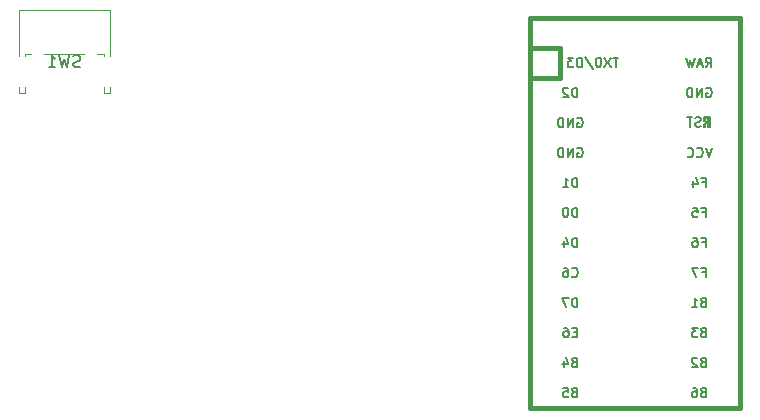
<source format=gbr>
G04 #@! TF.GenerationSoftware,KiCad,Pcbnew,(5.1.4)-1*
G04 #@! TF.CreationDate,2019-12-08T17:57:44-07:00*
G04 #@! TF.ProjectId,BAEmacropad,4241456d-6163-4726-9f70-61642e6b6963,rev?*
G04 #@! TF.SameCoordinates,Original*
G04 #@! TF.FileFunction,Legend,Bot*
G04 #@! TF.FilePolarity,Positive*
%FSLAX46Y46*%
G04 Gerber Fmt 4.6, Leading zero omitted, Abs format (unit mm)*
G04 Created by KiCad (PCBNEW (5.1.4)-1) date 2019-12-08 17:57:44*
%MOMM*%
%LPD*%
G04 APERTURE LIST*
%ADD10C,0.120000*%
%ADD11C,0.381000*%
%ADD12C,0.150000*%
G04 APERTURE END LIST*
D10*
X53425000Y-73360000D02*
X50025000Y-73360000D01*
X55065000Y-73360000D02*
X54525000Y-73360000D01*
X47865000Y-76190000D02*
X47865000Y-76700000D01*
X48385000Y-76700000D02*
X47865000Y-76700000D01*
X48385000Y-76190000D02*
X48385000Y-76700000D01*
X48925000Y-73360000D02*
X48385000Y-73360000D01*
X55585000Y-76190000D02*
X55585000Y-76700000D01*
X55065000Y-76190000D02*
X55065000Y-76700000D01*
X48385000Y-73360000D02*
X48385000Y-73590000D01*
X55585000Y-69690000D02*
X55585000Y-73590000D01*
X55585000Y-76700000D02*
X55065000Y-76700000D01*
X47865000Y-69690000D02*
X47865000Y-73590000D01*
X55585000Y-69690000D02*
X47865000Y-69690000D01*
X55065000Y-73360000D02*
X55065000Y-73590000D01*
D11*
X93662500Y-72866250D02*
X91122500Y-72866250D01*
X108902500Y-70326250D02*
X91122500Y-70326250D01*
X91122500Y-70326250D02*
X91122500Y-103346250D01*
X91122500Y-103346250D02*
X108902500Y-103346250D01*
X108902500Y-103346250D02*
X108902500Y-70326250D01*
D12*
G36*
X105857135Y-78755280D02*
G01*
X105857135Y-78855280D01*
X106357135Y-78855280D01*
X106357135Y-78755280D01*
X105857135Y-78755280D01*
G37*
X105857135Y-78755280D02*
X105857135Y-78855280D01*
X106357135Y-78855280D01*
X106357135Y-78755280D01*
X105857135Y-78755280D01*
G36*
X105857135Y-78755280D02*
G01*
X105857135Y-79055280D01*
X105957135Y-79055280D01*
X105957135Y-78755280D01*
X105857135Y-78755280D01*
G37*
X105857135Y-78755280D02*
X105857135Y-79055280D01*
X105957135Y-79055280D01*
X105957135Y-78755280D01*
X105857135Y-78755280D01*
G36*
X105857135Y-79355280D02*
G01*
X105857135Y-79555280D01*
X105957135Y-79555280D01*
X105957135Y-79355280D01*
X105857135Y-79355280D01*
G37*
X105857135Y-79355280D02*
X105857135Y-79555280D01*
X105957135Y-79555280D01*
X105957135Y-79355280D01*
X105857135Y-79355280D01*
G36*
X106257135Y-78755280D02*
G01*
X106257135Y-79555280D01*
X106357135Y-79555280D01*
X106357135Y-78755280D01*
X106257135Y-78755280D01*
G37*
X106257135Y-78755280D02*
X106257135Y-79555280D01*
X106357135Y-79555280D01*
X106357135Y-78755280D01*
X106257135Y-78755280D01*
G36*
X106057135Y-79155280D02*
G01*
X106057135Y-79255280D01*
X106157135Y-79255280D01*
X106157135Y-79155280D01*
X106057135Y-79155280D01*
G37*
X106057135Y-79155280D02*
X106057135Y-79255280D01*
X106157135Y-79255280D01*
X106157135Y-79155280D01*
X106057135Y-79155280D01*
D11*
X93662500Y-72866250D02*
X93662500Y-75406250D01*
X93662500Y-75406250D02*
X91122500Y-75406250D01*
D12*
X53058333Y-74474761D02*
X52915476Y-74522380D01*
X52677380Y-74522380D01*
X52582142Y-74474761D01*
X52534523Y-74427142D01*
X52486904Y-74331904D01*
X52486904Y-74236666D01*
X52534523Y-74141428D01*
X52582142Y-74093809D01*
X52677380Y-74046190D01*
X52867857Y-73998571D01*
X52963095Y-73950952D01*
X53010714Y-73903333D01*
X53058333Y-73808095D01*
X53058333Y-73712857D01*
X53010714Y-73617619D01*
X52963095Y-73570000D01*
X52867857Y-73522380D01*
X52629761Y-73522380D01*
X52486904Y-73570000D01*
X52153571Y-73522380D02*
X51915476Y-74522380D01*
X51725000Y-73808095D01*
X51534523Y-74522380D01*
X51296428Y-73522380D01*
X50391666Y-74522380D02*
X50963095Y-74522380D01*
X50677380Y-74522380D02*
X50677380Y-73522380D01*
X50772619Y-73665238D01*
X50867857Y-73760476D01*
X50963095Y-73808095D01*
X105585833Y-79520059D02*
X105471547Y-79558154D01*
X105281071Y-79558154D01*
X105204880Y-79520059D01*
X105166785Y-79481964D01*
X105128690Y-79405773D01*
X105128690Y-79329583D01*
X105166785Y-79253392D01*
X105204880Y-79215297D01*
X105281071Y-79177202D01*
X105433452Y-79139107D01*
X105509642Y-79101011D01*
X105547738Y-79062916D01*
X105585833Y-78986726D01*
X105585833Y-78910535D01*
X105547738Y-78834345D01*
X105509642Y-78796250D01*
X105433452Y-78758154D01*
X105242976Y-78758154D01*
X105128690Y-78796250D01*
X104900119Y-78758154D02*
X104442976Y-78758154D01*
X104671547Y-79558154D02*
X104671547Y-78758154D01*
X98631104Y-73698154D02*
X98173961Y-73698154D01*
X98402532Y-74498154D02*
X98402532Y-73698154D01*
X97983485Y-73698154D02*
X97450151Y-74498154D01*
X97450151Y-73698154D02*
X97983485Y-74498154D01*
X96993008Y-73698154D02*
X96916818Y-73698154D01*
X96840628Y-73736250D01*
X96802532Y-73774345D01*
X96764437Y-73850535D01*
X96726342Y-74002916D01*
X96726342Y-74193392D01*
X96764437Y-74345773D01*
X96802532Y-74421964D01*
X96840628Y-74460059D01*
X96916818Y-74498154D01*
X96993008Y-74498154D01*
X97069199Y-74460059D01*
X97107294Y-74421964D01*
X97145389Y-74345773D01*
X97183485Y-74193392D01*
X97183485Y-74002916D01*
X97145389Y-73850535D01*
X97107294Y-73774345D01*
X97069199Y-73736250D01*
X96993008Y-73698154D01*
X95812056Y-73660059D02*
X96497770Y-74688630D01*
X95545389Y-74498154D02*
X95545389Y-73698154D01*
X95354913Y-73698154D01*
X95240628Y-73736250D01*
X95164437Y-73812440D01*
X95126342Y-73888630D01*
X95088247Y-74041011D01*
X95088247Y-74155297D01*
X95126342Y-74307678D01*
X95164437Y-74383869D01*
X95240628Y-74460059D01*
X95354913Y-74498154D01*
X95545389Y-74498154D01*
X94821580Y-73698154D02*
X94326342Y-73698154D01*
X94593008Y-74002916D01*
X94478723Y-74002916D01*
X94402532Y-74041011D01*
X94364437Y-74079107D01*
X94326342Y-74155297D01*
X94326342Y-74345773D01*
X94364437Y-74421964D01*
X94402532Y-74460059D01*
X94478723Y-74498154D01*
X94707294Y-74498154D01*
X94783485Y-74460059D01*
X94821580Y-74421964D01*
X105797309Y-99479107D02*
X105683023Y-99517202D01*
X105644928Y-99555297D01*
X105606833Y-99631488D01*
X105606833Y-99745773D01*
X105644928Y-99821964D01*
X105683023Y-99860059D01*
X105759214Y-99898154D01*
X106063976Y-99898154D01*
X106063976Y-99098154D01*
X105797309Y-99098154D01*
X105721119Y-99136250D01*
X105683023Y-99174345D01*
X105644928Y-99250535D01*
X105644928Y-99326726D01*
X105683023Y-99402916D01*
X105721119Y-99441011D01*
X105797309Y-99479107D01*
X106063976Y-99479107D01*
X105302071Y-99174345D02*
X105263976Y-99136250D01*
X105187785Y-99098154D01*
X104997309Y-99098154D01*
X104921119Y-99136250D01*
X104883023Y-99174345D01*
X104844928Y-99250535D01*
X104844928Y-99326726D01*
X104883023Y-99441011D01*
X105340166Y-99898154D01*
X104844928Y-99898154D01*
X105740166Y-91859107D02*
X106006833Y-91859107D01*
X106006833Y-92278154D02*
X106006833Y-91478154D01*
X105625880Y-91478154D01*
X105397309Y-91478154D02*
X104863976Y-91478154D01*
X105206833Y-92278154D01*
X105740166Y-89319107D02*
X106006833Y-89319107D01*
X106006833Y-89738154D02*
X106006833Y-88938154D01*
X105625880Y-88938154D01*
X104978261Y-88938154D02*
X105130642Y-88938154D01*
X105206833Y-88976250D01*
X105244928Y-89014345D01*
X105321119Y-89128630D01*
X105359214Y-89281011D01*
X105359214Y-89585773D01*
X105321119Y-89661964D01*
X105283023Y-89700059D01*
X105206833Y-89738154D01*
X105054452Y-89738154D01*
X104978261Y-89700059D01*
X104940166Y-89661964D01*
X104902071Y-89585773D01*
X104902071Y-89395297D01*
X104940166Y-89319107D01*
X104978261Y-89281011D01*
X105054452Y-89242916D01*
X105206833Y-89242916D01*
X105283023Y-89281011D01*
X105321119Y-89319107D01*
X105359214Y-89395297D01*
X105740166Y-86779107D02*
X106006833Y-86779107D01*
X106006833Y-87198154D02*
X106006833Y-86398154D01*
X105625880Y-86398154D01*
X104940166Y-86398154D02*
X105321119Y-86398154D01*
X105359214Y-86779107D01*
X105321119Y-86741011D01*
X105244928Y-86702916D01*
X105054452Y-86702916D01*
X104978261Y-86741011D01*
X104940166Y-86779107D01*
X104902071Y-86855297D01*
X104902071Y-87045773D01*
X104940166Y-87121964D01*
X104978261Y-87160059D01*
X105054452Y-87198154D01*
X105244928Y-87198154D01*
X105321119Y-87160059D01*
X105359214Y-87121964D01*
X106025880Y-74498154D02*
X106292547Y-74117202D01*
X106483023Y-74498154D02*
X106483023Y-73698154D01*
X106178261Y-73698154D01*
X106102071Y-73736250D01*
X106063976Y-73774345D01*
X106025880Y-73850535D01*
X106025880Y-73964821D01*
X106063976Y-74041011D01*
X106102071Y-74079107D01*
X106178261Y-74117202D01*
X106483023Y-74117202D01*
X105721119Y-74269583D02*
X105340166Y-74269583D01*
X105797309Y-74498154D02*
X105530642Y-73698154D01*
X105263976Y-74498154D01*
X105073500Y-73698154D02*
X104883023Y-74498154D01*
X104730642Y-73926726D01*
X104578261Y-74498154D01*
X104387785Y-73698154D01*
X106083023Y-76276250D02*
X106159214Y-76238154D01*
X106273500Y-76238154D01*
X106387785Y-76276250D01*
X106463976Y-76352440D01*
X106502071Y-76428630D01*
X106540166Y-76581011D01*
X106540166Y-76695297D01*
X106502071Y-76847678D01*
X106463976Y-76923869D01*
X106387785Y-77000059D01*
X106273500Y-77038154D01*
X106197309Y-77038154D01*
X106083023Y-77000059D01*
X106044928Y-76961964D01*
X106044928Y-76695297D01*
X106197309Y-76695297D01*
X105702071Y-77038154D02*
X105702071Y-76238154D01*
X105244928Y-77038154D01*
X105244928Y-76238154D01*
X104863976Y-77038154D02*
X104863976Y-76238154D01*
X104673500Y-76238154D01*
X104559214Y-76276250D01*
X104483023Y-76352440D01*
X104444928Y-76428630D01*
X104406833Y-76581011D01*
X104406833Y-76695297D01*
X104444928Y-76847678D01*
X104483023Y-76923869D01*
X104559214Y-77000059D01*
X104673500Y-77038154D01*
X104863976Y-77038154D01*
X106540166Y-81318154D02*
X106273500Y-82118154D01*
X106006833Y-81318154D01*
X105283023Y-82041964D02*
X105321119Y-82080059D01*
X105435404Y-82118154D01*
X105511595Y-82118154D01*
X105625880Y-82080059D01*
X105702071Y-82003869D01*
X105740166Y-81927678D01*
X105778261Y-81775297D01*
X105778261Y-81661011D01*
X105740166Y-81508630D01*
X105702071Y-81432440D01*
X105625880Y-81356250D01*
X105511595Y-81318154D01*
X105435404Y-81318154D01*
X105321119Y-81356250D01*
X105283023Y-81394345D01*
X104483023Y-82041964D02*
X104521119Y-82080059D01*
X104635404Y-82118154D01*
X104711595Y-82118154D01*
X104825880Y-82080059D01*
X104902071Y-82003869D01*
X104940166Y-81927678D01*
X104978261Y-81775297D01*
X104978261Y-81661011D01*
X104940166Y-81508630D01*
X104902071Y-81432440D01*
X104825880Y-81356250D01*
X104711595Y-81318154D01*
X104635404Y-81318154D01*
X104521119Y-81356250D01*
X104483023Y-81394345D01*
X105740166Y-84239107D02*
X106006833Y-84239107D01*
X106006833Y-84658154D02*
X106006833Y-83858154D01*
X105625880Y-83858154D01*
X104978261Y-84124821D02*
X104978261Y-84658154D01*
X105168738Y-83820059D02*
X105359214Y-84391488D01*
X104863976Y-84391488D01*
X105797309Y-94399107D02*
X105683023Y-94437202D01*
X105644928Y-94475297D01*
X105606833Y-94551488D01*
X105606833Y-94665773D01*
X105644928Y-94741964D01*
X105683023Y-94780059D01*
X105759214Y-94818154D01*
X106063976Y-94818154D01*
X106063976Y-94018154D01*
X105797309Y-94018154D01*
X105721119Y-94056250D01*
X105683023Y-94094345D01*
X105644928Y-94170535D01*
X105644928Y-94246726D01*
X105683023Y-94322916D01*
X105721119Y-94361011D01*
X105797309Y-94399107D01*
X106063976Y-94399107D01*
X104844928Y-94818154D02*
X105302071Y-94818154D01*
X105073500Y-94818154D02*
X105073500Y-94018154D01*
X105149690Y-94132440D01*
X105225880Y-94208630D01*
X105302071Y-94246726D01*
X105797309Y-96939107D02*
X105683023Y-96977202D01*
X105644928Y-97015297D01*
X105606833Y-97091488D01*
X105606833Y-97205773D01*
X105644928Y-97281964D01*
X105683023Y-97320059D01*
X105759214Y-97358154D01*
X106063976Y-97358154D01*
X106063976Y-96558154D01*
X105797309Y-96558154D01*
X105721119Y-96596250D01*
X105683023Y-96634345D01*
X105644928Y-96710535D01*
X105644928Y-96786726D01*
X105683023Y-96862916D01*
X105721119Y-96901011D01*
X105797309Y-96939107D01*
X106063976Y-96939107D01*
X105340166Y-96558154D02*
X104844928Y-96558154D01*
X105111595Y-96862916D01*
X104997309Y-96862916D01*
X104921119Y-96901011D01*
X104883023Y-96939107D01*
X104844928Y-97015297D01*
X104844928Y-97205773D01*
X104883023Y-97281964D01*
X104921119Y-97320059D01*
X104997309Y-97358154D01*
X105225880Y-97358154D01*
X105302071Y-97320059D01*
X105340166Y-97281964D01*
X105797309Y-102019107D02*
X105683023Y-102057202D01*
X105644928Y-102095297D01*
X105606833Y-102171488D01*
X105606833Y-102285773D01*
X105644928Y-102361964D01*
X105683023Y-102400059D01*
X105759214Y-102438154D01*
X106063976Y-102438154D01*
X106063976Y-101638154D01*
X105797309Y-101638154D01*
X105721119Y-101676250D01*
X105683023Y-101714345D01*
X105644928Y-101790535D01*
X105644928Y-101866726D01*
X105683023Y-101942916D01*
X105721119Y-101981011D01*
X105797309Y-102019107D01*
X106063976Y-102019107D01*
X104921119Y-101638154D02*
X105073500Y-101638154D01*
X105149690Y-101676250D01*
X105187785Y-101714345D01*
X105263976Y-101828630D01*
X105302071Y-101981011D01*
X105302071Y-102285773D01*
X105263976Y-102361964D01*
X105225880Y-102400059D01*
X105149690Y-102438154D01*
X104997309Y-102438154D01*
X104921119Y-102400059D01*
X104883023Y-102361964D01*
X104844928Y-102285773D01*
X104844928Y-102095297D01*
X104883023Y-102019107D01*
X104921119Y-101981011D01*
X104997309Y-101942916D01*
X105149690Y-101942916D01*
X105225880Y-101981011D01*
X105263976Y-102019107D01*
X105302071Y-102095297D01*
X94875309Y-102019107D02*
X94761023Y-102057202D01*
X94722928Y-102095297D01*
X94684833Y-102171488D01*
X94684833Y-102285773D01*
X94722928Y-102361964D01*
X94761023Y-102400059D01*
X94837214Y-102438154D01*
X95141976Y-102438154D01*
X95141976Y-101638154D01*
X94875309Y-101638154D01*
X94799119Y-101676250D01*
X94761023Y-101714345D01*
X94722928Y-101790535D01*
X94722928Y-101866726D01*
X94761023Y-101942916D01*
X94799119Y-101981011D01*
X94875309Y-102019107D01*
X95141976Y-102019107D01*
X93961023Y-101638154D02*
X94341976Y-101638154D01*
X94380071Y-102019107D01*
X94341976Y-101981011D01*
X94265785Y-101942916D01*
X94075309Y-101942916D01*
X93999119Y-101981011D01*
X93961023Y-102019107D01*
X93922928Y-102095297D01*
X93922928Y-102285773D01*
X93961023Y-102361964D01*
X93999119Y-102400059D01*
X94075309Y-102438154D01*
X94265785Y-102438154D01*
X94341976Y-102400059D01*
X94380071Y-102361964D01*
X94875309Y-99479107D02*
X94761023Y-99517202D01*
X94722928Y-99555297D01*
X94684833Y-99631488D01*
X94684833Y-99745773D01*
X94722928Y-99821964D01*
X94761023Y-99860059D01*
X94837214Y-99898154D01*
X95141976Y-99898154D01*
X95141976Y-99098154D01*
X94875309Y-99098154D01*
X94799119Y-99136250D01*
X94761023Y-99174345D01*
X94722928Y-99250535D01*
X94722928Y-99326726D01*
X94761023Y-99402916D01*
X94799119Y-99441011D01*
X94875309Y-99479107D01*
X95141976Y-99479107D01*
X93999119Y-99364821D02*
X93999119Y-99898154D01*
X94189595Y-99060059D02*
X94380071Y-99631488D01*
X93884833Y-99631488D01*
X95103880Y-96939107D02*
X94837214Y-96939107D01*
X94722928Y-97358154D02*
X95103880Y-97358154D01*
X95103880Y-96558154D01*
X94722928Y-96558154D01*
X94037214Y-96558154D02*
X94189595Y-96558154D01*
X94265785Y-96596250D01*
X94303880Y-96634345D01*
X94380071Y-96748630D01*
X94418166Y-96901011D01*
X94418166Y-97205773D01*
X94380071Y-97281964D01*
X94341976Y-97320059D01*
X94265785Y-97358154D01*
X94113404Y-97358154D01*
X94037214Y-97320059D01*
X93999119Y-97281964D01*
X93961023Y-97205773D01*
X93961023Y-97015297D01*
X93999119Y-96939107D01*
X94037214Y-96901011D01*
X94113404Y-96862916D01*
X94265785Y-96862916D01*
X94341976Y-96901011D01*
X94380071Y-96939107D01*
X94418166Y-97015297D01*
X95141976Y-94818154D02*
X95141976Y-94018154D01*
X94951500Y-94018154D01*
X94837214Y-94056250D01*
X94761023Y-94132440D01*
X94722928Y-94208630D01*
X94684833Y-94361011D01*
X94684833Y-94475297D01*
X94722928Y-94627678D01*
X94761023Y-94703869D01*
X94837214Y-94780059D01*
X94951500Y-94818154D01*
X95141976Y-94818154D01*
X94418166Y-94018154D02*
X93884833Y-94018154D01*
X94227690Y-94818154D01*
X94684833Y-92201964D02*
X94722928Y-92240059D01*
X94837214Y-92278154D01*
X94913404Y-92278154D01*
X95027690Y-92240059D01*
X95103880Y-92163869D01*
X95141976Y-92087678D01*
X95180071Y-91935297D01*
X95180071Y-91821011D01*
X95141976Y-91668630D01*
X95103880Y-91592440D01*
X95027690Y-91516250D01*
X94913404Y-91478154D01*
X94837214Y-91478154D01*
X94722928Y-91516250D01*
X94684833Y-91554345D01*
X93999119Y-91478154D02*
X94151500Y-91478154D01*
X94227690Y-91516250D01*
X94265785Y-91554345D01*
X94341976Y-91668630D01*
X94380071Y-91821011D01*
X94380071Y-92125773D01*
X94341976Y-92201964D01*
X94303880Y-92240059D01*
X94227690Y-92278154D01*
X94075309Y-92278154D01*
X93999119Y-92240059D01*
X93961023Y-92201964D01*
X93922928Y-92125773D01*
X93922928Y-91935297D01*
X93961023Y-91859107D01*
X93999119Y-91821011D01*
X94075309Y-91782916D01*
X94227690Y-91782916D01*
X94303880Y-91821011D01*
X94341976Y-91859107D01*
X94380071Y-91935297D01*
X95141976Y-89738154D02*
X95141976Y-88938154D01*
X94951500Y-88938154D01*
X94837214Y-88976250D01*
X94761023Y-89052440D01*
X94722928Y-89128630D01*
X94684833Y-89281011D01*
X94684833Y-89395297D01*
X94722928Y-89547678D01*
X94761023Y-89623869D01*
X94837214Y-89700059D01*
X94951500Y-89738154D01*
X95141976Y-89738154D01*
X93999119Y-89204821D02*
X93999119Y-89738154D01*
X94189595Y-88900059D02*
X94380071Y-89471488D01*
X93884833Y-89471488D01*
X95161023Y-78816250D02*
X95237214Y-78778154D01*
X95351500Y-78778154D01*
X95465785Y-78816250D01*
X95541976Y-78892440D01*
X95580071Y-78968630D01*
X95618166Y-79121011D01*
X95618166Y-79235297D01*
X95580071Y-79387678D01*
X95541976Y-79463869D01*
X95465785Y-79540059D01*
X95351500Y-79578154D01*
X95275309Y-79578154D01*
X95161023Y-79540059D01*
X95122928Y-79501964D01*
X95122928Y-79235297D01*
X95275309Y-79235297D01*
X94780071Y-79578154D02*
X94780071Y-78778154D01*
X94322928Y-79578154D01*
X94322928Y-78778154D01*
X93941976Y-79578154D02*
X93941976Y-78778154D01*
X93751500Y-78778154D01*
X93637214Y-78816250D01*
X93561023Y-78892440D01*
X93522928Y-78968630D01*
X93484833Y-79121011D01*
X93484833Y-79235297D01*
X93522928Y-79387678D01*
X93561023Y-79463869D01*
X93637214Y-79540059D01*
X93751500Y-79578154D01*
X93941976Y-79578154D01*
X95161023Y-81356250D02*
X95237214Y-81318154D01*
X95351500Y-81318154D01*
X95465785Y-81356250D01*
X95541976Y-81432440D01*
X95580071Y-81508630D01*
X95618166Y-81661011D01*
X95618166Y-81775297D01*
X95580071Y-81927678D01*
X95541976Y-82003869D01*
X95465785Y-82080059D01*
X95351500Y-82118154D01*
X95275309Y-82118154D01*
X95161023Y-82080059D01*
X95122928Y-82041964D01*
X95122928Y-81775297D01*
X95275309Y-81775297D01*
X94780071Y-82118154D02*
X94780071Y-81318154D01*
X94322928Y-82118154D01*
X94322928Y-81318154D01*
X93941976Y-82118154D02*
X93941976Y-81318154D01*
X93751500Y-81318154D01*
X93637214Y-81356250D01*
X93561023Y-81432440D01*
X93522928Y-81508630D01*
X93484833Y-81661011D01*
X93484833Y-81775297D01*
X93522928Y-81927678D01*
X93561023Y-82003869D01*
X93637214Y-82080059D01*
X93751500Y-82118154D01*
X93941976Y-82118154D01*
X95141976Y-84658154D02*
X95141976Y-83858154D01*
X94951500Y-83858154D01*
X94837214Y-83896250D01*
X94761023Y-83972440D01*
X94722928Y-84048630D01*
X94684833Y-84201011D01*
X94684833Y-84315297D01*
X94722928Y-84467678D01*
X94761023Y-84543869D01*
X94837214Y-84620059D01*
X94951500Y-84658154D01*
X95141976Y-84658154D01*
X93922928Y-84658154D02*
X94380071Y-84658154D01*
X94151500Y-84658154D02*
X94151500Y-83858154D01*
X94227690Y-83972440D01*
X94303880Y-84048630D01*
X94380071Y-84086726D01*
X95141976Y-87198154D02*
X95141976Y-86398154D01*
X94951500Y-86398154D01*
X94837214Y-86436250D01*
X94761023Y-86512440D01*
X94722928Y-86588630D01*
X94684833Y-86741011D01*
X94684833Y-86855297D01*
X94722928Y-87007678D01*
X94761023Y-87083869D01*
X94837214Y-87160059D01*
X94951500Y-87198154D01*
X95141976Y-87198154D01*
X94189595Y-86398154D02*
X94113404Y-86398154D01*
X94037214Y-86436250D01*
X93999119Y-86474345D01*
X93961023Y-86550535D01*
X93922928Y-86702916D01*
X93922928Y-86893392D01*
X93961023Y-87045773D01*
X93999119Y-87121964D01*
X94037214Y-87160059D01*
X94113404Y-87198154D01*
X94189595Y-87198154D01*
X94265785Y-87160059D01*
X94303880Y-87121964D01*
X94341976Y-87045773D01*
X94380071Y-86893392D01*
X94380071Y-86702916D01*
X94341976Y-86550535D01*
X94303880Y-86474345D01*
X94265785Y-86436250D01*
X94189595Y-86398154D01*
X95141976Y-77038154D02*
X95141976Y-76238154D01*
X94951500Y-76238154D01*
X94837214Y-76276250D01*
X94761023Y-76352440D01*
X94722928Y-76428630D01*
X94684833Y-76581011D01*
X94684833Y-76695297D01*
X94722928Y-76847678D01*
X94761023Y-76923869D01*
X94837214Y-77000059D01*
X94951500Y-77038154D01*
X95141976Y-77038154D01*
X94380071Y-76314345D02*
X94341976Y-76276250D01*
X94265785Y-76238154D01*
X94075309Y-76238154D01*
X93999119Y-76276250D01*
X93961023Y-76314345D01*
X93922928Y-76390535D01*
X93922928Y-76466726D01*
X93961023Y-76581011D01*
X94418166Y-77038154D01*
X93922928Y-77038154D01*
M02*

</source>
